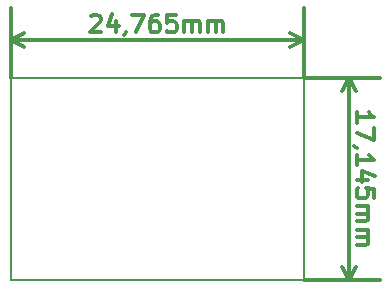
<source format=gbr>
G04 #@! TF.FileFunction,Drawing*
%FSLAX46Y46*%
G04 Gerber Fmt 4.6, Leading zero omitted, Abs format (unit mm)*
G04 Created by KiCad (PCBNEW 4.0.0-rc1-stable) date 30/11/2015 17:11:16*
%MOMM*%
G01*
G04 APERTURE LIST*
%ADD10C,0.100000*%
%ADD11C,0.300000*%
%ADD12C,0.150000*%
G04 APERTURE END LIST*
D10*
D11*
X155611429Y-92051787D02*
X155611429Y-91194644D01*
X155611429Y-91623216D02*
X157111429Y-91623216D01*
X156897143Y-91480359D01*
X156754286Y-91337501D01*
X156682857Y-91194644D01*
X157111429Y-92551787D02*
X157111429Y-93551787D01*
X155611429Y-92908930D01*
X155682857Y-94194643D02*
X155611429Y-94194643D01*
X155468571Y-94123215D01*
X155397143Y-94051786D01*
X155611429Y-95623215D02*
X155611429Y-94766072D01*
X155611429Y-95194644D02*
X157111429Y-95194644D01*
X156897143Y-95051787D01*
X156754286Y-94908929D01*
X156682857Y-94766072D01*
X156611429Y-96908929D02*
X155611429Y-96908929D01*
X157182857Y-96551786D02*
X156111429Y-96194643D01*
X156111429Y-97123215D01*
X157111429Y-98408929D02*
X157111429Y-97694643D01*
X156397143Y-97623214D01*
X156468571Y-97694643D01*
X156540000Y-97837500D01*
X156540000Y-98194643D01*
X156468571Y-98337500D01*
X156397143Y-98408929D01*
X156254286Y-98480357D01*
X155897143Y-98480357D01*
X155754286Y-98408929D01*
X155682857Y-98337500D01*
X155611429Y-98194643D01*
X155611429Y-97837500D01*
X155682857Y-97694643D01*
X155754286Y-97623214D01*
X155611429Y-99123214D02*
X156611429Y-99123214D01*
X156468571Y-99123214D02*
X156540000Y-99194642D01*
X156611429Y-99337500D01*
X156611429Y-99551785D01*
X156540000Y-99694642D01*
X156397143Y-99766071D01*
X155611429Y-99766071D01*
X156397143Y-99766071D02*
X156540000Y-99837500D01*
X156611429Y-99980357D01*
X156611429Y-100194642D01*
X156540000Y-100337500D01*
X156397143Y-100408928D01*
X155611429Y-100408928D01*
X155611429Y-101123214D02*
X156611429Y-101123214D01*
X156468571Y-101123214D02*
X156540000Y-101194642D01*
X156611429Y-101337500D01*
X156611429Y-101551785D01*
X156540000Y-101694642D01*
X156397143Y-101766071D01*
X155611429Y-101766071D01*
X156397143Y-101766071D02*
X156540000Y-101837500D01*
X156611429Y-101980357D01*
X156611429Y-102194642D01*
X156540000Y-102337500D01*
X156397143Y-102408928D01*
X155611429Y-102408928D01*
X154940000Y-88265000D02*
X154940000Y-105410000D01*
X151130000Y-88265000D02*
X157640000Y-88265000D01*
X151130000Y-105410000D02*
X157640000Y-105410000D01*
X154940000Y-105410000D02*
X154353579Y-104283496D01*
X154940000Y-105410000D02*
X155526421Y-104283496D01*
X154940000Y-88265000D02*
X154353579Y-89391504D01*
X154940000Y-88265000D02*
X155526421Y-89391504D01*
X133104644Y-83061429D02*
X133176073Y-82990000D01*
X133318930Y-82918571D01*
X133676073Y-82918571D01*
X133818930Y-82990000D01*
X133890359Y-83061429D01*
X133961787Y-83204286D01*
X133961787Y-83347143D01*
X133890359Y-83561429D01*
X133033216Y-84418571D01*
X133961787Y-84418571D01*
X135247501Y-83418571D02*
X135247501Y-84418571D01*
X134890358Y-82847143D02*
X134533215Y-83918571D01*
X135461787Y-83918571D01*
X136104643Y-84347143D02*
X136104643Y-84418571D01*
X136033215Y-84561429D01*
X135961786Y-84632857D01*
X136604644Y-82918571D02*
X137604644Y-82918571D01*
X136961787Y-84418571D01*
X138818929Y-82918571D02*
X138533215Y-82918571D01*
X138390358Y-82990000D01*
X138318929Y-83061429D01*
X138176072Y-83275714D01*
X138104643Y-83561429D01*
X138104643Y-84132857D01*
X138176072Y-84275714D01*
X138247500Y-84347143D01*
X138390358Y-84418571D01*
X138676072Y-84418571D01*
X138818929Y-84347143D01*
X138890358Y-84275714D01*
X138961786Y-84132857D01*
X138961786Y-83775714D01*
X138890358Y-83632857D01*
X138818929Y-83561429D01*
X138676072Y-83490000D01*
X138390358Y-83490000D01*
X138247500Y-83561429D01*
X138176072Y-83632857D01*
X138104643Y-83775714D01*
X140318929Y-82918571D02*
X139604643Y-82918571D01*
X139533214Y-83632857D01*
X139604643Y-83561429D01*
X139747500Y-83490000D01*
X140104643Y-83490000D01*
X140247500Y-83561429D01*
X140318929Y-83632857D01*
X140390357Y-83775714D01*
X140390357Y-84132857D01*
X140318929Y-84275714D01*
X140247500Y-84347143D01*
X140104643Y-84418571D01*
X139747500Y-84418571D01*
X139604643Y-84347143D01*
X139533214Y-84275714D01*
X141033214Y-84418571D02*
X141033214Y-83418571D01*
X141033214Y-83561429D02*
X141104642Y-83490000D01*
X141247500Y-83418571D01*
X141461785Y-83418571D01*
X141604642Y-83490000D01*
X141676071Y-83632857D01*
X141676071Y-84418571D01*
X141676071Y-83632857D02*
X141747500Y-83490000D01*
X141890357Y-83418571D01*
X142104642Y-83418571D01*
X142247500Y-83490000D01*
X142318928Y-83632857D01*
X142318928Y-84418571D01*
X143033214Y-84418571D02*
X143033214Y-83418571D01*
X143033214Y-83561429D02*
X143104642Y-83490000D01*
X143247500Y-83418571D01*
X143461785Y-83418571D01*
X143604642Y-83490000D01*
X143676071Y-83632857D01*
X143676071Y-84418571D01*
X143676071Y-83632857D02*
X143747500Y-83490000D01*
X143890357Y-83418571D01*
X144104642Y-83418571D01*
X144247500Y-83490000D01*
X144318928Y-83632857D01*
X144318928Y-84418571D01*
X126365000Y-85090000D02*
X151130000Y-85090000D01*
X126365000Y-88265000D02*
X126365000Y-82390000D01*
X151130000Y-88265000D02*
X151130000Y-82390000D01*
X151130000Y-85090000D02*
X150003496Y-85676421D01*
X151130000Y-85090000D02*
X150003496Y-84503579D01*
X126365000Y-85090000D02*
X127491504Y-85676421D01*
X126365000Y-85090000D02*
X127491504Y-84503579D01*
D12*
X151130000Y-88265000D02*
X149860000Y-88265000D01*
X151130000Y-105410000D02*
X151130000Y-88265000D01*
X149860000Y-105410000D02*
X151130000Y-105410000D01*
X126365000Y-105410000D02*
X126365000Y-88265000D01*
X149860000Y-105410000D02*
X126365000Y-105410000D01*
X126365000Y-88265000D02*
X149860000Y-88265000D01*
M02*

</source>
